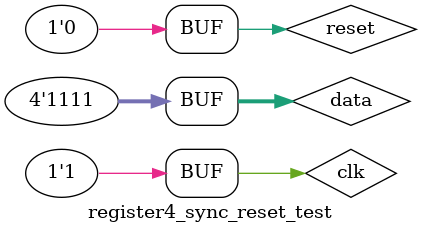
<source format=v>
`timescale 1ns / 1ps

module register4_sync_reset_test;

	// Inputs
	reg clk;
	reg reset;
	reg [3:0] data;

	// Outputs
	wire [3:0] q;

	// Instantiate the Unit Under Test (UUT)
	register4_sync_reset uut (
		.clk(clk), 
		.reset(reset), 
		.data(data), 
		.q(q)
	);

	initial begin
		// Initialize Inputs
		clk = 0;
		reset = 0;
		data = 0;

		// Wait 100 ns for global reset to finish
		#100;
        
		// Add stimulus here
		clk = 0;
		reset = 0;
		data = 1;
		#1;
		clk = 1;
		reset = 0;
		data = 3;
		#1;
		clk = 2;
		reset = 0;
		data = 7;
		#1;
		clk = 3;
		reset = 0;
		data = 15;
		#1;
		clk = 3;
		reset = 1;
		data = 15;
		#1;
		clk = 3;
		reset = 0;
		data = 15;
		#1;
	end
      
endmodule


</source>
